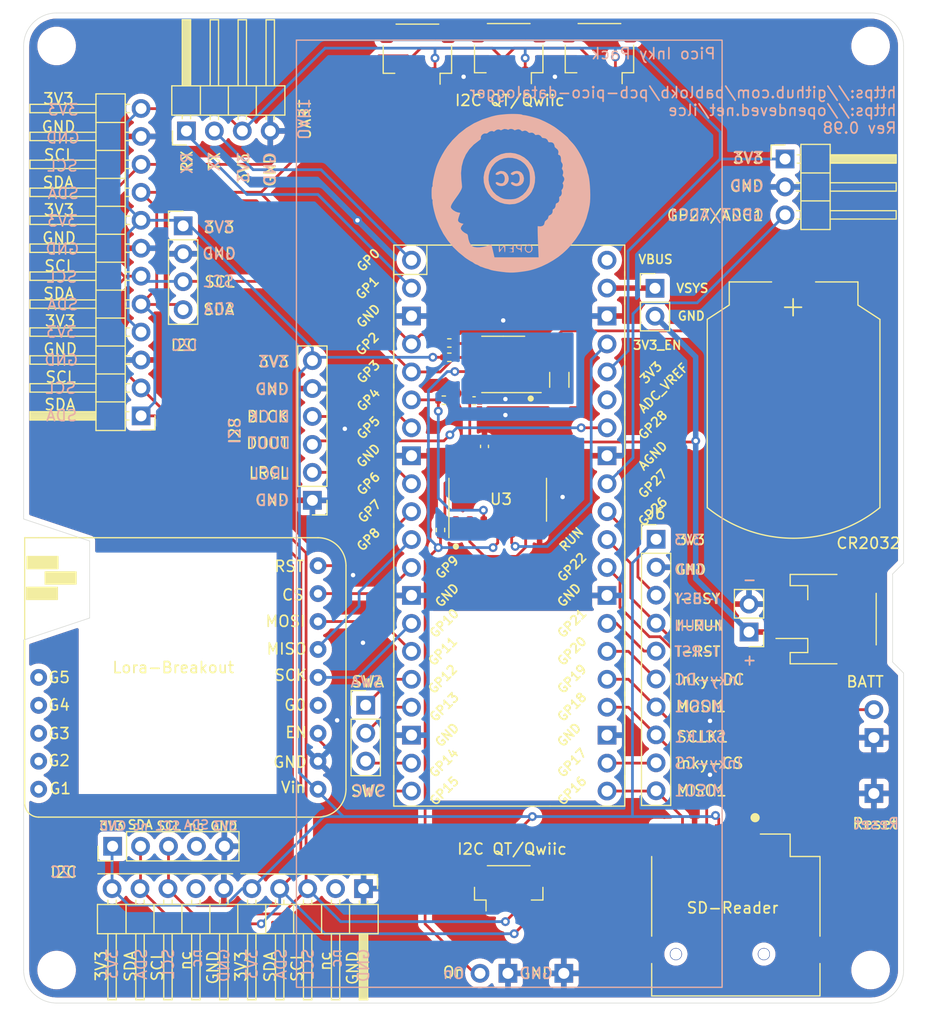
<source format=kicad_pcb>
(kicad_pcb (version 20211014) (generator pcbnew)
  (layers (0 "F.Cu" signal) (31 "B.Cu" signal) (34 "B.Paste" user) (35 "F.Paste" user) (36 "B.SilkS" user "B.Silkscreen") (37 "F.SilkS" user "F.Silkscreen") (38 "B.Mask" user) (39 "F.Mask" user) (44 "Edge.Cuts" user))
  (net 0 "")
  (net 1 "+BATT")
  (net 2 "GND")
  (net 3 "Net-(BT1-Pad1)")
  (net 4 "/VSYS")
  (net 5 "/Lora_EN")
  (net 7 "/SDA")
  (net 8 "/SCL")
  (net 9 "/GP4_DONE")
  (net 10 "/SCLK1")
  (net 11 "/MISO1")
  (net 12 "/3V3_EN")
  (net 13 "+3V3")
  (net 14 "/MOSI1")
  (net 15 "/Lora_CS")
  (net 16 "/Lora_RST")
  (net 17 "/1~{PRE}")
  (net 18 "Net-(U1-Pad2)")
  (net 21 "Net-(U2-Pad2)")
  (net 22 "/LRCL")
  (net 23 "/DOUT")
  (net 24 "/BLCK")
  (net 26 "/SD_CS")
  (net 28 "/MOSI0")
  (net 29 "/SCLK0")
  (net 30 "/MISO0")
  (net 33 "Net-(U2-Pad1)")
  (net 34 "/GP27_ADC1")
  (net 35 "/RX")
  (net 36 "/Inky_SWA")
  (net 37 "/Inky_SWB")
  (net 38 "/Inky_SWC")
  (net 39 "/Inky_CS")
  (net 40 "/Inky_DC")
  (net 41 "/Inky_RST")
  (net 42 "/Inky_RUN")
  (net 43 "/Inky_BUSY")
  (net 44 "/TX")
  (footprint "Connector_PinHeader_2.54mm:PinHeader_1x04_P2.54mm_Horizontal" (layer "F.Cu") (at 114.8 60.725 90)
    (fp_text reference "J9" hide)
    (fp_text value "Conn_UART")
  )
  (footprint "Resistor_SMD:R_0402_1005Metric" (layer "F.Cu") (at 138.2 85.2 180)
    (fp_text reference "R1" hide)
    (fp_text value "100K")
  )
  (footprint "Connector_JST:JST_SH_SM04B-SRSS-TB_1x04-1MP_P1.00mm_Horizontal" (layer "F.Cu") (at 135.8 53.7 180)
    (fp_text reference "J12" hide)
    (fp_text value "I2C_7")
  )
  (footprint "Capacitor_SMD:C_0402_1005Metric" (layer "F.Cu") (at 141.9 89.4 90)
    (fp_text reference "C1" hide)
    (fp_text value "100nF")
  )
  (footprint "Resistor_SMD:R_0402_1005Metric" (layer "F.Cu") (at 138.7 80)
    (fp_text reference "R3" hide)
    (fp_text value "10K")
  )
  (footprint "Connector_JST:JST_SH_BM04B-SRSS-TB_1x04-1MP_P1.00mm_Vertical" (layer "F.Cu") (at 144.1 129.525)
    (fp_text reference "J18" hide)
    (fp_text value "I2C_5")
  )
  (footprint "Connector_PinHeader_2.54mm:PinHeader_1x04_P2.54mm_Vertical" (layer "F.Cu") (at 114.5 69.35)
    (fp_text reference "J19" hide)
    (fp_text value "I2C_4")
  )
  (footprint "MountingHole:MountingHole_2.5mm" (layer "F.Cu") (at 177 137)
    (fp_text reference "H4" hide)
    (fp_text value "MountingHole")
  )
  (footprint "Crystal:Crystal_SMD_3215-2Pin_3.2x1.5mm" (layer "F.Cu") (at 148.7 83.35 90)
    (fp_text reference "Y1" hide)
    (fp_text value "Crystal")
  )
  (footprint "user:RFM9x_Lora_Breakout" (layer "F.Cu") (at 126.765 120.56 90)
    (fp_text reference "J3" hide)
    (fp_text value "RFM9x_Lora_Breakout")
  )
  (footprint "Connector_PinHeader_2.54mm:PinHeader_1x02_P2.54mm_Vertical" (layer "F.Cu") (at 157.4 75.025)
    (fp_text reference "JP1" hide)
    (fp_text value "Jumper_VSYS")
  )
  (footprint "Connector_PinHeader_2.54mm:PinHeader_1x10_P2.54mm_Vertical" (layer "F.Cu") (at 157.5 97.845)
    (fp_text reference "J6")
    (fp_text value "Conn_Inky_SPI")
  )
  (footprint "Connector_PinHeader_2.54mm:PinHeader_1x03_P2.54mm_Vertical" (layer "F.Cu") (at 131.1 112.925)
    (fp_text reference "J10" hide)
    (fp_text value "Conn_Inky_SW")
  )
  (footprint "Connector_PinHeader_2.54mm:PinHeader_1x06_P2.54mm_Vertical" (layer "F.Cu") (at 126.25 94.3 180)
    (fp_text reference "J5" hide)
    (fp_text value "Conn_I2S")
  )
  (footprint "Connector_PinHeader_2.54mm:PinHeader_1x10_P2.54mm_Horizontal" (layer "F.Cu") (at 130.9 129.6 -90)
    (fp_text reference "J20" hide)
    (fp_text value "BG_3")
  )
  (footprint "Package_SO:SOIC-14_3.9x8.7mm_P1.27mm" (layer "F.Cu") (at 143.1 94.25 90)
    (fp_text reference "U1" hide)
    (fp_text value "SN74HC74N")
  )
  (footprint "user:SW_PUSH_SLIM_1x4" (layer "F.Cu") (at 149.11 137.3 180)
    (fp_text reference "SW1" hide)
    (fp_text value "SW_Push_SLIM")
  )
  (footprint "Resistor_SMD:R_0402_1005Metric" (layer "F.Cu") (at 137.9 97 -90)
    (fp_text reference "R2" hide)
    (fp_text value "10K")
  )
  (footprint "Connector_PinHeader_2.54mm:PinHeader_1x03_P2.54mm_Horizontal" (layer "F.Cu") (at 169.225 63.275)
    (fp_text reference "J8" hide)
    (fp_text value "Conn_ADC")
  )
  (footprint "MountingHole:MountingHole_2.5mm" (layer "F.Cu") (at 103 53)
    (fp_text reference "H1" hide)
    (fp_text value "MountingHole")
  )
  (footprint "Capacitor_SMD:C_0402_1005Metric" (layer "F.Cu") (at 140.95 85.25)
    (fp_text reference "C2" hide)
    (fp_text value "100nF")
  )
  (footprint "user:TF-Push" (layer "F.Cu") (at 164.25 129.85)
    (fp_text reference "J7" hide)
    (fp_text value "Micro_SD_TF_PUSH")
  )
  (footprint "Connector_JST:JST_SH_SM04B-SRSS-TB_1x04-1MP_P1.00mm_Horizontal" (layer "F.Cu") (at 152.35 53.65 180)
    (fp_text reference "J14" hide)
    (fp_text value "I2C_6")
  )
  (footprint "Package_SO:SOIC-8_3.9x4.9mm_P1.27mm" (layer "F.Cu") (at 143.6 81.95 180)
    (fp_text reference "U2" hide)
    (fp_text value "PCF8523T")
  )
  (footprint "Connector_PinHeader_2.54mm:PinHeader_1x12_P2.54mm_Horizontal" (layer "F.Cu") (at 110.675 86.625 180)
    (fp_text reference "J11" hide)
    (fp_text value "I2C_1")
  )
  (footprint "user:CR2032_Holder" (layer "F.Cu") (at 170 84.55 90)
    (fp_text reference "BT1" hide)
    (fp_text value "Coin_Cell")
  )
  (footprint "Connector_JST:JST_PH_S2B-PH-SM4-TB_1x02-1MP_P2.00mm_Horizontal" (layer "F.Cu") (at 173 105.1 90)
    (fp_text reference "J1" hide)
    (fp_text value "JST-PH2 VCC")
  )
  (footprint "user:SW_PUSH_SLIM_1x4" (layer "F.Cu") (at 177.3 120.95 90)
    (fp_text reference "SW2" hide)
    (fp_text value "SW_Reset")
  )
  (footprint "Connector_JST:JST_SH_SM04B-SRSS-TB_1x04-1MP_P1.00mm_Horizontal" (layer "F.Cu") (at 144.1 53.65 180)
    (fp_text reference "J2" hide)
    (fp_text value "I2C_8")
  )
  (footprint "Resistor_SMD:R_0402_1005Metric" (layer "F.Cu") (at 138.7 81.3)
    (fp_text reference "R4" hide)
    (fp_text value "10K")
  )
  (footprint "MountingHole:MountingHole_2.5mm" (layer "F.Cu") (at 103 137)
    (fp_text reference "H3" hide)
    (fp_text value "MountingHole")
  )
  (footprint "Connector_PinHeader_2.54mm:PinHeader_1x02_P2.54mm_Vertical" (layer "F.Cu") (at 165.95 106.275 180)
    (fp_text reference "J4" hide)
    (fp_text value "Alt-VCC" hide)
  )
  (footprint "user:RPi_Pico_TH_nodbg" (layer "F.Cu") (at 144.15 96.6)
    (fp_text reference "U3")
    (fp_text value "Pico")
  )
  (footprint "Connector_PinHeader_2.54mm:PinHeader_1x05_P2.54mm_Vertical" (layer "F.Cu") (at 108.09 125.75 90)
    (fp_text reference "J16" hide)
    (fp_text value "BG_2")
  )
  (footprint "MountingHole:MountingHole_2.5mm" (layer "F.Cu") (at 177 53)
    (fp_text reference "H2" hide)
    (fp_text value "MountingHole")
  )
  (footprint "LOGO" (layer "B.Cu") (at 144.3 66.4 180)
    (fp_text reference "G***" hide)
    (fp_text value "LOGO" hide)
  )
  (gr_rect (start 124.8 52.47) (end 163.5 138.57) (layer "B.SilkS") (width 0.12) (fill none))
  (gr_line (start 119.75 128.25) (end 131.535 128.33) (layer "F.SilkS") (width 0.12))
  (gr_circle (center 139.3 98.5) (end 139.523607 98.5) (layer "F.SilkS") (width 0.12) (fill solid))
  (gr_line (start 106.75 128.25) (end 119 128.25) (layer "F.SilkS") (width 0.12))
  (gr_circle (center 146.1 85.05) (end 146.323607 85.05) (layer "F.SilkS") (width 0.12) (fill solid))
  (gr_arc (start 103 140) (mid 100.87868 139.12132) (end 100 137) (layer "Edge.Cuts") (width 0.05))
  (gr_arc (start 177.000001 49.999999) (mid 179.121321 50.878679) (end 180.000001 52.999999) (layer "Edge.Cuts") (width 0.05))
  (gr_line (start 100 96) (end 106 98) (layer "Edge.Cuts") (width 0.05))
  (gr_line (start 100 96) (end 100 53) (layer "Edge.Cuts") (width 0.05))
  (gr_arc (start 100 53) (mid 100.87868 50.87868) (end 103 50) (layer "Edge.Cuts") (width 0.05))
  (gr_arc (start 180.000001 137.000001) (mid 179.121321 139.121321) (end 177.000001 140.000001) (layer "Edge.Cuts") (width 0.05))
  (gr_line (start 100 107) (end 100 137) (layer "Edge.Cuts") (width 0.05))
  (gr_line (start 179 109) (end 180 110) (layer "Edge.Cuts") (width 0.05))
  (gr_line (start 180 100) (end 179 101) (layer "Edge.Cuts") (width 0.05))
  (gr_line (start 106 105) (end 100 107) (layer "Edge.Cuts") (width 0.05))
  (gr_line (start 177 140) (end 103 140) (layer "Edge.Cuts") (width 0.05))
  (gr_line (start 103 50) (end 177 50) (layer "Edge.Cuts") (width 0.05))
  (gr_line (start 180 110) (end 180.000001 137.000001) (layer "Edge.Cuts") (width 0.05))
  (gr_line (start 106 98) (end 106 105) (layer "Edge.Cuts") (width 0.05))
  (gr_line (start 179 101) (end 179 109) (layer "Edge.Cuts") (width 0.05))
  (gr_line (start 180 53) (end 180 100) (layer "Edge.Cuts") (width 0.05))
  (gr_text "3V3" (at 161.742857 97.9) (layer "B.SilkS") (effects (font (size 0.9 0.9)) (justify left mirror)))
  (gr_text "GND" (at 130.9 138.2 90) (layer "B.SilkS") (effects (font (size 1 1)) (justify right mirror)))
  (gr_text "3V3" (at 102.05 68.9) (layer "B.SilkS") (effects (font (size 1 1)) (justify right mirror)))
  (gr_text "SDA" (at 123.4 137.961905 90) (layer "B.SilkS") (effects (font (size 1 1)) (justify right mirror)))
  (gr_text "SDA" (at 110.7 137.961905 90) (layer "B.SilkS") (effects (font (size 1 1)) (justify right mirror)))
  (gr_text "I-RUN" (at 163.585714 105.7) (layer "B.SilkS") (effects (font (size 0.9 0.9)) (justify left mirror)))
  (gr_text "Pico Inky Pack" (at 163 53.7) (layer "B.SilkS") (effects (font (size 1 1)) (justify left mirror)))
  (gr_text "nc" (at 128.4 136.914286 90) (layer "B.SilkS") (effects (font (size 1 1)) (justify right mirror)))
  (gr_text "SCL" (at 113.15 137.914286 90) (layer "B.SilkS") (effects (font (size 1 1)) (justify right mirror)))
  (gr_text "SCL" (at 102.05 63.9) (layer "B.SilkS") (effects (font (size 1 1)) (justify right mirror)))
  (gr_text "GND" (at 116.15238 71.85) (layer "B.SilkS") (effects (font (size 1 1)) (justify right mirror)))
  (gr_text "UART" (at 125.4 59.7 -90) (layer "B.SilkS") (effects (font (size 1 1)) (justify mirror)))
  (gr_text "DOUT" (at 120.292856 89.1) (layer "B.SilkS") (effects (font (size 1 1)) (justify right mirror)))
  (gr_text "GND" (at 148.21 137.3) (layer "B.SilkS") (effects (font (size 1 1)) (justify left mirror)))
  (gr_text "3V3" (at 120.75 137.914286 90) (layer "B.SilkS") (effects (font (size 1 1)) (justify right mirror)))
  (gr_text "GND" (at 118.2 138.2 90) (layer "B.SilkS") (effects (font (size 1 1)) (justify right mirror)))
  (gr_text "MISO1" (at 163.828572 120.7) (layer "B.SilkS") (effects (font (size 1 1)) (justify left mirror)))
  (gr_text "SCL" (at 125.85 137.914286 90) (layer "B.SilkS") (effects (font (size 1 1)) (justify right mirror)))
  (gr_text "I-RST" (at 163.242857 108.05) (layer "B.SilkS") (effects (font (size 0.9 0.9)) (justify left mirror)))
  (gr_text "https://github.com/bablokb/pcb-pico-datalogger\nhttps://opendeved.net/ilce\nRev 0.98" (at 179.45 58.85) (layer "B.SilkS") (effects (font (size 1 1)) (justify left mirror)))
  (gr_text "Reset" (at 177.55 123.7) (layer "B.SilkS") (effects (font (size 1 1)) (justify mirror)))
  (gr_text "I2C" (at 103.6 128.1) (layer "B.SilkS") (effects (font (size 1 1)) (justify mirror)))
  (gr_text "3V3" (at 121.3 81.7) (layer "B.SilkS") (effects (font (size 1 1)) (justify right mirror)))
  (gr_text "-" (at 166 101.65 180) (layer "B.SilkS") (effects (font (size 1 1)) (justify mirror)))
  (gr_text "GND" (at 162 100.6) (layer "B.SilkS") (effects (font (size 0.9 0.9)) (justify left mirror)))
  (gr_text "SDA" (at 102.05 76.5) (layer "B.SilkS") (effects (font (size 1 1)) (justify right mirror)))
  (gr_text "SWA" (at 131.2 110.8) (layer "B.SilkS") (effects (font (size 1 1)) (justify mirror)))
  (gr_text "GND" (at 121 84.2) (layer "B.SilkS") (effects (font (size 1 1)) (justify right mirror)))
  (gr_text "GND" (at 101.8 81.55) (layer "B.SilkS") (effects (font (size 1 1)) (justify right mirror)))
  (gr_text "3V3" (at 120 65.514286 90) (layer "B.SilkS") (effects (font (size 1 1)) (justify right mirror)))
  (gr_text "GND" (at 101.9 71.45) (layer "B.SilkS") (effects (font (size 1 1)) (justify right mirror)))
  (gr_text "GND" (at 122.4 65.8 90) (layer "B.SilkS") (effects (font (size 1 1)) (justify right mirror)))
  (gr_text "SCL" (at 113.114286 123.9) (layer "B.SilkS") (effects (font (size 0.8 0.8)) (justify mirror)))
  (gr_text "GP27/ADC1" (at 158.435714 68.35) (layer "B.SilkS") (effects (font (size 1 1)) (justify right mirror)))
  (gr_text "3V3" (at 101.95 79) (layer "B.SilkS") (effects (font (size 1 1)) (justify right mirror)))
  (gr_text "3V3" (at 116.30238 69.45) (layer "B.SilkS") (effects (font (size 1 1)) (justify right mirror)))
  (gr_text "SDA" (at 116.30238 76.9) (layer "B.SilkS") (effects (font (size 1 1)) (justify right mirror)))
  (gr_text "SCL" (at 116.25238 74.4) (layer "B.SilkS") (effects (font (size 1 1)) (justify right mirror)))
  (gr_text "GND" (at 121 94.3) (layer "B.SilkS") (effects (font (size 1 1)) (justify right mirror)))
  (gr_text "3V3" (at 102.1 58.8) (layer "B.SilkS") (effects (font (size 1 1)) (justify right mirror)))
  (gr_text "+" (at 166 108.95 180) (layer "B.SilkS") (effects (font (size 1 1)) (justify mirror)))
  (gr_text "I2S" (at 119.1 88 -90) (layer "B.SilkS") (effects (font (size 1 1)) (justify mirror)))
  (gr_text "GND" (at 164.15 65.7) (layer "B.SilkS") (effects (font (size 1 1)) (justify right mirror)))
  (gr_text "BLCK" (at 120.292856 86.7) (layer "B.SilkS") (effects (font (size 1 1)) (justify right mirror)))
  (gr_text "MOSI1" (at 163.828572 113.05) (layer "B.SilkS") (effects (font (size 1 1)) (justify left mirror)))
  (gr_text "GND" (at 101.95 61.35) (layer "B.SilkS") (effects (font (size 1 1)) (justify right mirror)))
  (gr_text "3V3" (at 164.435714 63.15) (layer "B.SilkS") (effects (font (size 1 1)) (justify right mirror)))
  (gr_text "I2C" (at 114.6 80.2) (layer "B.SilkS") (effects (font (size 1 1)) (justify mirror)))
  (gr_text "Inky-CS" (at 165.4 118.2) (layer "B.SilkS") (effects (font (size 1 1)) (justify left mirror)))
  (gr_text "3V3" (at 108.05 137.914286 90) (layer "B.SilkS") (effects (font (size 1 1)) (justify right mirror)))
  (gr_text "SCL" (at 102 74) (layer "B.SilkS") (effects (font (size 1 1)) (justify right mirror)))
  (gr_text "SCL" (at 101.9 84.1) (layer "B.SilkS") (effects (font (size 1 1)) (justify right mirror)))
  (gr_text "SCLK1" (at 163.971429 115.8) (layer "B.SilkS") (effects (font (size 1 1)) (justify left mirror)))
  (gr_text "TX" (at 117.35 63.534524 90) (layer "B.SilkS") (effects (font (size 1 1)) (justify mirror)))
  (gr_text "nc" (at 110.614286 123.9) (layer "B.SilkS") (effects (font (size 0.8 0.8)) (justify mirror)))
  (gr_text "SDA" (at 115.714286 123.8) (layer "B.SilkS") (effects (font (size 0.8 0.8)) (justify mirror)))
  (gr_text "SDA" (at 102.1 66.4) (layer "B.SilkS") (effects (font (size 1 1)) (justify right mirror)))
  (gr_text "Inky-DC" (at 165.447619 110.6) (layer "B.SilkS") (effects (font (size 1 1)) (justify left mirror)))
  (gr_text "RX" (at 114.85 63.653572 90) (layer "B.SilkS") (effects (font (size 1 1)) (justify mirror)))
  (gr_text "SDA" (at 101.95 86.6) (layer "B.SilkS") (effects (font (size 1 1)) (justify right mirror)))
  (gr_text "On" (at 139.1 137.3) (layer "B.SilkS") (effects (font (size 1 1)) (justify mirror)))
  (gr_text "3V3" (at 118.314286 123.9) (layer "B.SilkS") (effects (font (size 0.8 0.8)) (justify mirror)))
  (gr_text "SWC" (at 131.4 120.7) (layer "B.SilkS") (effects (font (size 1 1)) (justify mirror)))
  (gr_text "nc" (at 115.7 136.914286 90) (layer "B.SilkS") (effects (font (size 1 1)) (justify right mirror)))
  (gr_text "I-BSY" (at 163.328572 103.25) (layer "B.SilkS") (effects (font (size 0.9 0.9)) (justify left mirror)))
  (gr_text "GND" (at 108.114286 123.9) (layer "B.SilkS") (effects (font (size 0.8 0.8)) (justify mirror)))
  (gr_text "LRCL" (at 120.5 91.9) (layer "B.SilkS") (effects (font (size 1 1)) (justify right mirror)))
  (gr_text "SCL" (at 124.85 135.2 90) (layer "F.SilkS") (effects (font (size 1 1)) (justify right)))
  (gr_text "GND" (at 159.2 100.6) (layer "F.SilkS") (effects (font (size 0.9 0.9)) (justify left)))
  (gr_text "3V3" (at 108 123.9) (layer "F.SilkS") (effects (font (size 0.8 0.8))))
  (gr_text "3V3" (at 167.35 63.2) (layer "F.SilkS") (effects (font (size 1 1)) (justify right)))
  (gr_text "GND" (at 122.4 62.65 90) (layer "F.SilkS") (effects (font (size 1 1)) (justify right)))
  (gr_text "+" (at 166 108.8) (layer "F.SilkS") (effects (font (size 1 1))))
  (gr_text "I2C" (at 103.65 128.1) (layer "F.SilkS") (effects (font (size 1 1))))
  (gr_text "Inky-DC" (at 159.25 110.6) (layer "F.SilkS") (effects (font (size 1 1)) (justify left)))
  (gr_text "CR2032" (at 176.8 98.2) (layer "F.SilkS") (effects (font (size 1 1))))
  (gr_text "SWC" (at 131.3 120.75) (layer "F.SilkS") (effects (font (size 1 1))))
  (gr_text "Reset" (at 177.4 123.7) (layer "F.SilkS") (effects (font (size 1 1))))
  (gr_text "3V3" (at 104.65 57.8) (layer "F.SilkS") (effects (font (size 1 1)) (justify right)))
  (gr_text "DOUT" (at 124.2 89.1) (layer "F.SilkS") (effects (font (size 1 1)) (justify right)))
  (gr_text "SDA" (at 122.4 135.2 90) (layer "F.SilkS") (effects (font (size 1 1)) (justify right)))
  (gr_text "GND" (at 124.2 94.3) (layer "F.SilkS") (effects (font (size 1 1)) (justify right)))
  (gr_text "GND" (at 129.9 135.2 90) (layer "F.SilkS") (effects (font (size 1 1)) (justify right)))
  (gr_text "Lora-Breakout" (at 113.6 109.5) (layer "F.SilkS") (effects (font (size 1 1))))
  (gr_text "SDA" (at 109.7 135.15 90) (layer "F.SilkS") (effects (font (size 1 1)) (justify right)))
  (gr_text "SWA" (at 131.3 110.8) (layer "F.SilkS") (effects (font (size 1 1))))
  (gr_text "UART" (at 125.6 59.7 90) (layer "F.SilkS") (effects (font (size 1 1))))
  (gr_text "nc" (at 115.7 123.9) (layer "F.SilkS") (effects (font (size 0.8 0.8))))
  (gr_text "BATT" (at 176.5 110.8) (layer "F.SilkS") (effects (font (size 1 1))))
  (gr_text "SDA" (at 104.7 75.5) (layer "F.SilkS") (effects (font (size 1 1)) (justify right)))
  (gr_text "Inky-CS" (at 159.2 118.2) (layer "F.SilkS") (effects (font (size 1 1)) (justify left)))
  (gr_text "TX" (at 117.35 63.5 90) (layer "F.SilkS") (effects (font (size 1 1))))
  (gr_text "RX" (at 114.85 63.5 90) (layer "F.SilkS") (effects (font (size 1 1))))
  (gr_text "SDA" (at 119.25 76.95) (layer "F.SilkS") (effects (font (size 1 1)) (justify right)))
  (gr_text "SCL" (at 113.2 123.9) (layer "F.SilkS") (effects (font (size 0.8 0.8))))
  (gr_text "SDA" (at 104.8 85.6) (layer "F.SilkS") (effects (font (size 1 1)) (justify right)))
  (gr_text "I2C QT/Qwiic" (at 144.4 126) (layer "F.SilkS") (effects (font (size 1 1))))
  (gr_text "I2C" (at 114.6 80.2) (layer "F.SilkS") (effects (font (size 1 1))))
  (gr_text "I-BSY" (at 159.15 103.25) (layer "F.SilkS") (effects (font (size 0.9 0.9)) (justify left)))
  (gr_text "SCL" (at 104.7 62.9) (layer "F.SilkS") (effects (font (size 1 1)) (justify right)))
  (gr_text "3V3" (at 104.7 67.9) (layer "F.SilkS") (effects (font (size 1 1)) (justify right)))
  (gr_text "nc" (at 114.7 135.15 90) (layer "F.SilkS") (effects (font (size 1 1)) (justify right)))
  (gr_text "SCL" (at 112.15 135.15 90) (layer "F.SilkS") (effects (font (size 1 1)) (justify right)))
  (gr_text "SDA" (at 110.6 123.8) (layer "F.SilkS") (effects (font (size 0.8 0.8))))
  (gr_text "GND" (at 167.35 65.75) (layer "F.SilkS") (effects (font (size 1 1)) (justify right)))
  (gr_text "GND" (at 119.4 71.9) (layer "F.SilkS") (effects (font (size 1 1)) (justify right)))
  (gr_text "3V3" (at 107.05 135.15 90) (layer "F.SilkS") (effects (font (size 1 1)) (justify right)))
  (gr_text "-" (at 166 101.5) (layer "F.SilkS") (effects (font (size 1 1))))
  (gr_text "GND" (at 104.95 80.55) (layer "F.SilkS") (effects (font (size 1 1)) (justify right)))
  (gr_text "SCL" (at 119.3 74.45) (layer "F.SilkS") (effects (font (size 1 1)) (justify right)))
  (gr_text "GND" (at 117.2 135.15 90) (layer "F.SilkS") (effects (font (size 1 1)) (justify right)))
  (gr_text "3V3" (at 159.35 97.9) (layer "F.SilkS") (effects (font (size 0.9 0.9)) (justify left)))
  (gr_text "GND" (at 124.2 84.2) (layer "F.SilkS") (effects (font (size 1 1)) (justify right)))
  (gr_text "BLCK" (at 124.2 86.7) (layer "F.SilkS") (effects (font (size 1 1)) (justify right)))
  (gr_text "3V3" (at 119.25 69.5) (layer "F.SilkS") (effects (font (size 1 1)) (justify right)))
  (gr_text "3V3" (at 104.8 78) (layer "F.SilkS") (effects (font (size 1 1)) (justify right)))
  (gr_text "I2S" (at 119.2 87.95 90) (layer "F.SilkS") (effects (font (size 1 1))))
  (gr_text "GND" (at 104.8 60.35) (layer "F.SilkS") (effects (font (size 1 1)) (justify right)))
  (gr_text "SCLK1" (at 159.25 115.8) (layer "F.SilkS") (effects (font (size 1 1)) (justify left)))
  (gr_text "I-RST" (at 159.25 108.05) (layer "F.SilkS") (effects (font (size 0.9 0.9)) (justify left)))
  (gr_text "3V3" (at 124.2 81.7) (layer "F.SilkS") (effects (font (size 1 1)) (justify right)))
  (gr_text "SCL" (at 104.75 73) (layer "F.SilkS") (effects (font (size 1 1)) (justify right)))
  (gr_text "nc" (at 127.4 135.2 90) (layer "F.SilkS") (effects (font (size 1 1)) (justify right)))
  (gr_text "3V3" (at 120 62.65 90) (layer "F.SilkS") (effects (font (size 1 1)) (justify right)))
  (gr_text "GND" (at 146.61 137.3) (layer "F.SilkS") (effects (font (size 1 1))))
  (gr_text "I-RUN" (at 159.25 105.7) (layer "F.SilkS") (effects (font (size 0.9 0.9)) (justify left)))
  (gr_text "GND" (at 118.2 123.9) (layer "F.SilkS") (effects (font (size 0.8 0.8))))
  (gr_text "GP27/ADC1" (at 167.35 68.4) (layer "F.SilkS") (effects (font (size 1 1)) (justify right)))
  (gr_text "On" (at 139.1 137.2) (layer "F.SilkS") (effects (font (size 1 1))))
  (gr_text "LRCL" (at 124.2 91.8) (layer "F.SilkS") (effects (font (size 1 1)) (justify right)))
  (gr_text "SCL" (at 104.85 83.1) (layer "F.SilkS") (effects (font (size 1 1)) (justify right)))
  (gr_text "GND" (at 104.85 70.45) (layer "F.SilkS") (effects (font (size 1 1)) (justify right)))
  (gr_text "I2C QT/Qwiic" (at 144.2 57.95) (layer "F.SilkS") (effects (font (size 1 1))))
  (gr_text "SDA" (at 104.65 65.4) (layer "F.SilkS") (effects (font (size 1 1)) (justify right)))
  (gr_text "SD-Reader" (at 164.45 131.35) (layer "F.SilkS") (effects (font (size 1 1))))
  (gr_text "3V3" (at 119.75 135.2 90) (layer "F.SilkS") (effects (font (size 1 1)) (justify right)))
  (gr_text "MOSI1" (at 159.2 113.05) (layer "F.SilkS") (effects (font (size 1 1)) (justify left)))
  (gr_text "MISO1" (at 159.25 120.7) (layer "F.SilkS") (effects (font (size 1 1)) (justify left)))
  (segment (start 138.3 92.765) (end 138.3 95.735) (width 0.25) (layer "F.Cu") (net 1))
  (segment (start 140.56 91.775) (end 139.29 91.775) (width 0.25) (layer "F.Cu") (net 1))
  (segment (start 139.29 91.775) (end 138.3 92.765) (width 0.25) (layer "F.Cu") (net 1))
  (segment (start 137.9 95.9) (end 137.9 96.49) (width 0.25) (layer "F.Cu") (net 1))
  (segment (start 144.37 90.13) (end 144.14 89.9) (width 0.25) (layer "F.Cu") (net 1))
  (segment (start 144.37 90.13) (end 144.37 91.775) (width 0.25) (layer "F.Cu") (net 1))
  (segment (start 138.3 95.735) (end 138.065 95.735) (width 0.25) (layer "F.Cu") (net 1))
  (segment (start 140.47 84.51) (end 141.125 83.855) (width 0.25) (layer "F.Cu") (net 1))
  (segment (start 140.56 91.775) (end 140.56 85.34) (width 0.25) (layer "F.Cu") (net 1))
  (segment (start 144.14 89.9) (end 141.92 89.9) (width 0.25) (layer "F.Cu") (net 1))
  (segment (start 138.3 95.735) (end 139.29 96.725) (width 0.25) (layer "F.Cu") (net 1))
  (segment (start 140.56 91.22) (end 140.56 91.775) (width 0.25) (layer "F.Cu") (net 1))
  (segment (start 140.56 85.34) (end 140.47 85.25) (width 0.25) (layer "F.Cu") (net 1))
  (segment (start 141.92 89.9) (end 141.9 89.88) (width 0.25) (layer "F.Cu") (net 1))
  (segment (start 169.975 106.275) (end 170.15 106.1) (width 0.5) (layer "F.Cu") (net 1))
  (segment (start 165.95 106.275) (end 169.975 106.275) (width 0.5) (layer "F.Cu") (net 1))
  (segment (start 141.9 89.88) (end 140.56 91.22) (width 0.25) (layer "F.Cu") (net 1))
  (segment (start 140.47 85.25) (end 140.47 84.51) (width 0.25) (layer "F.Cu") (net 1))
  (segment (start 161 89) (end 161.1 88.9) (width 0.25) (layer "F.Cu") (net 1))
  (segment (start 138.065 95.735) (end 137.9 95.9) (width 0.25) (layer "F.Cu") (net 1))
  (segment (start 145.5 89) (end 161 89) (width 0.25) (layer "F.Cu") (net 1))
  (segment (start 145.5 89) (end 144.37 90.13) (width 0.25) (layer "F.Cu") (net 1))
  (via (at 161.1 88.9) (size 0.8) (drill 0.4) (layers "F.Cu" "B.Cu") (net 1))
  (segment (start 161.1 101.425) (end 165.95 106.275) (width 0.5) (layer "B.Cu") (net 1))
  (segment (start 157.4 77.565) (end 161.1 81.265) (width 0.5) (layer "B.Cu") (net 1))
  (segment (start 161.1 88.9) (end 161.1 101.425) (width 0.5) (layer "B.Cu") (net 1))
  (segment (start 161.1 81.265) (end 161.1 88.9) (width 0.5) (layer "B.Cu") (net 1))
  (segment (start 138.76 85.25) (end 138.71 85.2) (width 0.25) (layer "F.Cu") (net 2))
  (segment (start 146.075 80.045) (end 144.305 80.045) (width 0.5) (layer "F.Cu") (net 2))
  (segment (start 143.65 85.25) (end 143.8 85.1) (width 0.25) (layer "F.Cu") (net 2))
  (segment (start 141.43 85.25) (end 143.65 85.25) (width 0.25) (layer "F.Cu") (net 2))
  (via (at 129.2 87.8) (size 0.8) (drill 0.4) (layers "F.Cu" "B.Cu") (net 2))
  (via (at 143.6 77.95) (size 0.8) (drill 0.4) (layers "F.Cu" "B.Cu") (net 2))
  (via (at 162.4 114.35) (size 0.8) (drill 0.4) (layers "F.Cu" "B.Cu") (net 2))
  (via (at 130.35 68.85) (size 0.8) (drill 0.4) (layers "F.Cu" "B.Cu") (net 2))
  (via (at 128.5 114.3) (size 0.8) (drill 0.4) (layers "F.Cu" "B.Cu") (net 2))
  (via (at 140 55.8) (size 0.8) (drill 0.4) (layers "F.Cu" "B.Cu") (net 2))
  (via (at 129.95 101.1) (size 0.8) (drill 0.4) (layers "F.Cu" "B.Cu") (net 2))
  (via (at 148.3 55.8) (size 0.8) (drill 0.4) (layers "F.Cu" "B.Cu") (net 2))
  (via (at 143.8 85.1) (size 0.8) (drill 0.4) (layers "F.Cu" "B.Cu") (net 2))
  (via (at 149 94) (size 0.8) (drill 0.4) (layers "F.Cu" "B.Cu") (net 2))
  (via (at 162.4 119.25) (size 0.8) (drill 0.4) (layers "F.Cu" "B.Cu") (net 2))
  (via (at 130.85 107.25) (size 0.8) (drill 0.4) (layers "F.Cu" "B.Cu") (net 2))
  (via (at 143.8 86.55) (size 0.8) (drill 0.4) (layers "F.Cu" "B.Cu") (net 2))
  (segment (start 146.535 81.315) (end 148.95 78.9) (width 0.25) (layer "F.Cu") (net 3))
  (segment (start 148.95 78.9) (end 164.625 78.9) (width 0.25) (layer "F.Cu") (net 3))
  (segment (start 146.075 81.315) (end 146.535 81.315) (width 0.25) (layer "F.Cu") (net 3))
  (segment (start 164.625 78.9) (end 170 73.525) (width 0.25) (layer "F.Cu") (net 3))
  (segment locked (start 153.04 75.01) (end 157.385 75.01) (width 0.5) (layer "F.Cu") (net 4))
  (segment (start 126.765 116.015) (end 131.48 120.73) (width 0.25) (layer "F.Cu") (net 5))
  (segment (start 131.48 120.73) (end 135.26 120.73) (width 0.25) (layer "F.Cu") (net 5))
  (segment (start 126.765 115.48) (end 126.765 116.015) (width 0.25) (layer "F.Cu") (net 5))
  (segment (start 110.58 129.6) (end 113.78 132.8) (width 0.25) (layer "F.Cu") (net 7))
  (segment (start 125.2 127.68) (end 123.28 129.6) (width 0.25) (layer "F.Cu") (net 7))
  (segment (start 136.11 79.24) (end 135.26 80.09) (width 0.25) (layer "F.Cu") (net 7))
  (segment (start 135.26 80.09) (end 121.475 66.305) (width 0.25) (layer "F.Cu") (net 7))
  (segment (start 111.925 86.625) (end 125.228 99.928) (width 0.25) (layer "F.Cu") (net 7))
  (segment (start 110.63 129.55) (end 110.58 129.6) (width 0.25) (layer "F.Cu") (net 7))
  (segment (start 110.63 125.75) (end 110.63 129.55) (width 0.25) (layer "F.Cu") (net 7))
  (segment (start 139.95 58.3) (end 142.6 55.65) (width 0.25) (layer "F.Cu") (net 7))
  (segment (start 139.21 80) (end 138.45 79.24) (width 0.25) (layer "F.Cu") (net 7))
  (segment (start 142.6 55.65) (end 142.6 56.5) (width 0.25) (layer "F.Cu") (net 7))
  (segment (start 142.6 56.5) (end 144.3 58.2) (width 0.25) (layer "F.Cu") (net 7))
  (segment (start 121.475 66.305) (end 118.395 66.305) (width 0.25) (layer "F.Cu") (net 7))
  (segment (start 112.1 67.73) (end 110.675 66.305) (width 0.25) (layer "F.Cu") (net 7))
  (segment (start 125.2 99.956) (end 125.2 127.68) (width 0.25) (layer "F.Cu") (net 7))
  (segment (start 118.395 66.305) (end 121.595 66.305) (width 0.25) (layer "F.Cu") (net 7))
  (segment (start 136.2 58.3) (end 139.95 58.3) (width 0.25) (layer "F.Cu") (net 7))
  (segment (start 110.675 86.625) (end 111.925 86.625) (width 0.25) (layer "F.Cu") (net 7))
  (segment (start 125.228 99.928) (end 125.2 99.956) (width 0.25) (layer "F.Cu") (net 7))
  (segment (start 113.78 132.8) (end 121.6 132.8) (width 0.25) (layer "F.Cu") (net 7))
  (segment (start 145.6 132.7) (end 145.6 130.85) (width 0.25) (layer "F.Cu") (net 7))
  (segment (start 114.5 76.97) (end 114.03 76.5) (width 0.25) (layer "F.Cu") (net 7))
  (segment (start 114.03 76.5) (end 110.71 76.5) (width 0.25) (layer "F.Cu") (net 7))
  (segment (start 110.675 76.465) (end 112.1 75.04) (width 0.25) (layer "F.Cu") (net 7))
  (segment (start 110.71 76.5) (end 110.675 76.465) (width 0.25) (layer "F.Cu") (net 7))
  (segment (start 112.1 75.04) (end 112.1 67.73) (width 0.25) (layer "F.Cu") (net 7))
  (segment (start 132.2 55.7) (end 134.3 55.7) (width 0.25) (layer "F.Cu") (net 7))
  (segment (start 121.595 66.305) (end 132.2 55.7) (width 0.25) (layer "F.Cu") (net 7))
  (segment (start 134.3 55.7) (end 134.3 56.4) (width 0.25) (layer "F.Cu") (net 7))
  (segment (start 148.3 58.2) (end 150.85 55.65) (width 0.25) (layer "F.Cu") (net 7))
  (segment (start 110.675 66.305) (end 118.395 66.305) (width 0.25) (layer "F.Cu") (net 7))
  (segment (start 144.3 58.2) (end 148.3 58.2) (width 0.25) (layer "F.Cu") (net 7))
  (segment (start 141.125 80.045) (end 139.255 80.045) (width 0.25) (layer "F.Cu") (net 7))
  (segment (start 134.3 56.4) (end 136.2 58.3) (width 0.25) (layer "F.Cu") (net 7))
  (segment (start 144.6 133.7) (end 145.6 132.7) (width 0.25) (layer "F.Cu") (net 7))
  (segment (start 138.45 79.24) (end 136.11 79.24) (width 0.25) (layer "F.Cu") (net 7))
  (segment (start 139.255 80.045) (end 139.21 80) (width 0.25) (layer "F.Cu") (net 7))
  (via (at 121.6 132.8) (size 0.8) (drill 0.4) (layers "F.Cu" "B.Cu") (net 7))
  (via (at 144.6 133.7) (size 0.8) (drill 0.4) (layers "F.Cu" "B.Cu") (net 7))
  (segment (start 111.925 85.36) (end 111.925 77.55) (width 0.25) (layer "B.Cu") (net 7))
  (segment (start 123.28 129.6) (end 127.38 133.7) (width 0.25) (layer "B.Cu") (net 7))
  (segment (start 123.28 131.12) (end 123.28 129.6) (width 0.25) (layer "B.Cu") (net 7))
  (segment (start 121.6 132.8) (end 123.28 131.12) (width 0.25) (layer "B.Cu") (net 7))
  (segment (start 127.38 133.7) (end 144.6 133.7) (width 0.25) (layer "B.Cu") (net 7))
  (segment (start 110.75 86.535) (end 111.925 85.36) (width 0.25) (layer "B.Cu") (net 7))
  (segment (start 111.925 77.55) (end 110.75 76.375) (width 0.25) (layer "B.Cu") (net 7))
  (segment (start 114.53 74.4) (end 114.5 74.43) (width 0.25) (layer "F.Cu") (net 8))
  (segment (start 114.4 87.8) (end 125.678 99.078) (width 0.25) (layer "F.Cu") (net 8))
  (segment (start 134.9 53.9) (end 135.1 54.1) (width 0.25) (layer "F.Cu") (net 8))
  (segment (start 139.21 81.3) (end 137.88 82.63) (width 0.25) (layer "F.Cu") (net 8))
  (segment (start 144.6 53.2) (end 150.596751 53.2) (width 0.25) (layer "F.Cu") (net 8))
  (segment (start 135.1 54.1) (end 135.3 54.3) (width 0.25) (layer "F.Cu") (net 8))
  (segment (start 135.2 54.1) (end 135.1 54.1) (width 0.25) (layer "F.Cu") (net 8))
  (segment (start 125.678 99.078) (end 125.678 129.458) (width 0.25) (layer "F.Cu") (net 8))
  (segment (start 142.6 53.2) (end 136.1 53.2) (width 0.25) (layer "F.Cu") (net 8))
  (segment (start 135.26 82.63) (end 127.03 74.4) (width 0.25) (layer "F.Cu") (net 8))
  (segment (start 113.17 129.55) (end 113.12 129.6) (width 0.25) (layer "F.Cu") (net 8))
  (segment (start 114.4 87.8) (end 114.39 87.8) (width 0.25) (layer "F.Cu") (net 8))
  (segment (start 151.85 54.453249) (end 151.85 55.65) (width 0.25) (layer "F.Cu") (net 8))
  (segment (start 143.8 132.6) (end 144.6 131.8) (width 0.25) (layer "F.Cu") (net 8))
  (segment (start 113.17 125.75) (end 113.17 129.55) (width 0.25) (layer "F.Cu") (net 8))
  (segment (start 137.88 82.63) (end 135.26 82.63) (width 0.25) (layer "F.Cu") (net 8))
  (segment (start 115.42 131.9) (end 123.52 131.9) (width 0.25) (layer "F.Cu") (net 8))
  (segment (start 136.1 53.2) (end 135.2 54.1) (width 0.25) (layer "F.Cu") (net 8))
  (segment (start 150.596751 53.2) (end 151.85 54.453249) (width 0.25) (layer "F.Cu") (net 8))
  (segment (start 132.3 53.9) (end 134.9 53.9) (width 0.25) (layer "F.Cu") (net 8))
  (segment (start 144.6 131.8) (end 144.6 130.85) (width 0.25) (layer "F.Cu") (net 8))
  (segment (start 110.675 63.765) (end 122.435 63.765) (width 0.25) (layer "F.Cu") (net 8))
  (segment (start 107.8 75.5) (end 107.8 81.21) (width 0.25) (layer "F.Cu") (net 8))
  (segment (start 107.9 66.54) (end 110.675 63.765) (width 0.25) (layer "F.Cu") (net 8))
  (segment (start 143.6 54.2) (end 143.6 55.65) (width 0.25) (layer "F.Cu") (net 8))
  (segment (start 110.675 73.925) (end 109.125 73.925) (width 0.25) (layer "F.Cu") (net 8))
  (segment (start 122.435 63.765) (end 132.3 53.9) (width 0.25) (layer "F.Cu") (net 8))
  (segment (start 127.03 74.4) (end 114.53 74.4) (width 0.25) (layer "F.Cu") (net 8))
  (segment (start 114.39 87.8) (end 110.675 84.085) (width 0.25) (layer "F.Cu") (net 8))
  (segment (start 107.9 72.7) (end 107.9 66.54) (width 0.25) (layer "F.Cu") (net 8))
  (segment (start 143.6 54.2) (end 144.6 53.2) (width 0.25) (layer "F.Cu") (net 8))
  (segment (start 109.375 73.925) (end 107.8 75.5) (width 0.25) (layer "F.Cu") (net 8))
  (segment (start 113.12 129.6) (end 115.42 131.9) (width 0.25) (layer "F.Cu") (net 8))
  (segment (start 125.678 129.458) (end 125.82 129.6) (width 0.25) (layer "F.Cu") (net 8))
  (segment (start 141.125 81.315) (end 139.225 81.315) (width 0.25) (layer "F.Cu") (net 8))
  (segment (start 139.225 81.315) (end 139.21 81.3) (width 0.25) (layer "F.Cu") (net 8))
  (segment (start 110.675 73.925) (end 109.375 73.925) (width 0.25) (layer "F.Cu") (net 8))
  (segment (start 107.8 81.21) (end 110.675 84.085) (width 0.25) (layer "F.Cu") (net 8))
  (segment (start 135.3 54.3) (end 135.3 55.7) (width 0.25) (layer "F.Cu") (net 8))
  (segment (start 109.125 73.925) (end 107.9 72.7) (width 0.25) (layer "F.Cu") (net 8))
  (segment (start 143.6 54.2) (end 142.6 53.2) (width 0.25) (layer "F.Cu") (net 8))
  (segment (start 123.52 131.9) (end 125.82 129.6) (width 0.25) (layer "F.Cu") (net 8))
  (via (at 143.8 132.6) (size 0.8) (drill 0.4) (layers "F.Cu" "B.Cu") (net 8))
  (segment (start 128.82 132.6) (end 143.8 132.6) (width 0.25) (layer "B.Cu") (net 8))
  (segment (start 125.82 129.6) (end 128.82 132.6) (width 0.25) (layer "B.Cu") (net 8))
  (segment (start 111.15 74.4) (end 114.47 74.4) (width 0.25) (layer "B.Cu") (net 8))
  (segment (start 110.675 73.925) (end 111.15 74.4) (width 0.25) (layer "B.Cu") (net 8))
  (segment (start 114.47 74.4) (end 114.5 74.43) (width 0.25) (layer "B.Cu") (net 8))
  (segment (start 141.83 96.725) (end 141.83 95.23) (width 0.25) (layer "F.Cu") (net 9))
  (segment (start 135.26 85.17) (end 137.66 85.17) (width 0.25) (layer "F.Cu") (net 9))
  (segment (start 137.69 85.2) (end 137.7 85.21) (width 0.25) (layer "F.Cu") (net 9))
  (segment (start 137.66 85.17) (end 137.69 85.2) (width 0.25) (layer "F.Cu") (net 9))
  (segment (start 137.7 85.21) (end 137.7 86.2) (width 0.25) (layer "F.Cu") (net 9))
  (segment (start 141.83 95.23) (end 141.8 95.2) (width 0.25) (layer "F.Cu") (net 9))
  (via (at 141.8 95.2) (size 0.8) (drill 0.4) (layers "F.Cu" "B.Cu") (net 9))
  (via (at 137.7 86.2) (size 0.8) (drill 0.4) (layers "F.Cu" "B.Cu") (net 9))
  (segment (start 138.8 95.2) (end 137.7 94.1) (width 0.25) (layer "B.Cu") (net 9))
  (segment (start 141.8 95.2) (end 138.8 95.2) (width 0.25) (layer "B.Cu") (net 9))
  (segment (start 137.7 94.1) (end 137.7 86.2) (width 0.25) (layer "B.Cu") (net 9))
  (segment (start 130.35 110.4) (end 135.26 105.49) (width 0.25) (layer "B.Cu") (net 10))
  (segment (start 126.565 110.4) (end 130.35 110.4) (width 0.25) (layer "B.Cu") (net 10))
  (segment (start 130.5 103.925) (end 130.5 102.63) (width 0.25) (layer "B.Cu") (net 11))
  (segment (start 126.565 107.86) (end 130.5 103.925) (width 0.25) (layer "B.Cu") (net 11))
  (segment (start 130.5 102.63) (end 135.26 97.87) (width 0.25) (layer "B.Cu") (net 11))
  (segment (start 144.687701 98.487701) (end 144.37 98.17) (width 0.25) (layer "F.Cu") (net 12))
  (segment (start 144.37 98.17) (end 144.37 96.725) (width 0.25) (layer "F.Cu") (net 12))
  (via (at 144.687701 98.487701) (size 0.8) (drill 0.4) (layers "F.Cu" "B.Cu") (net 12))
  (segment (start 147.6 98.5) (end 151.6 94.5) (width 0.25) (layer "B.Cu") (net 12))
  (segment (start 151.6 94.5) (end 151.6 81.53) (width 0.25) (layer "B.Cu") (net 12))
  (segment (start 151.6 81.53) (end 153.04 80.09) (width 0.25) (layer "B.Cu") (net 12))
  (segment (start 144.687701 98.487701) (end 144.7 98.5) (width 0.25) (layer "B.Cu") (net 12))
  (segment (start 144.7 98.5) (end 147.6 98.5) (width 0.25) (layer "B.Cu") (net 12))
  (segment (start 153.8 55.6) (end 153.85 55.65) (width 0.25) (layer "F.Cu") (net 13))
  (segment (start 163.2 123.25) (end 163.2 124.55) (width 0.25) (layer "F.Cu") (net 13))
  (segment (start 137.4 55.6) (end 137.3 55.7) (width 0.25) (layer "F.Cu") (net 13))
  (segment (start 153.8 54) (end 153.8 55.6) (width 0.25) (layer "F.Cu") (net 13))
  (segment (start 110.69 58.7) (end 110.675 58.685) (width 0.25) (layer "F.Cu") (net 13))
  (segment (start 117.855 58.7) (end 110.69 58.7) (width 0.25) (layer "F.Cu") (net 13))
  (segment (start 142.6 130.85) (end 142.6 126.7) (width 0.25) (layer "F.Cu") (net 13))
  (segment (start 138.19 81.3) (end 138.19 80) (width 0.25) (layer "F.Cu") (net 13))
  (segment (start 162.9 122.95) (end 163.2 123.25) (width 0.25) (layer "F.Cu") (net 13))
  (segment (start 142.6 126.7) (end 146.25 123.05) (width 0.25) (layer "F.Cu") (net 13))
  (segment (start 137.4 54.1) (end 137.4 55.6) (width 0.25) (layer "F.Cu") (net 13))
  (segment (start 145.6 54.1) (end 145.6 55.65) (width 0.25) (layer "F.Cu") (net 13))
  (segment (start 119.88 60.725) (end 117.855 58.7) (width 0.25) (layer "F.Cu") (net 13))
  (segment (start 137.2 81.3) (end 138.19 81.3) (width 0.25) (layer "F.Cu") (net 13))
  (via (at 153.8 54) (size 0.8) (drill 0.4) (layers "F.Cu" "B.Cu") (net 13))
  (via (at 146.25 123.05) (size 0.8) (drill 0.4) (layers "F.Cu" "B.Cu") (net 13))
  (via (at 137.2 81.3) (size 0.8) (drill 0.4) (layers "F.Cu" "B.Cu") (net 13))
  (via (at 137.4 54.1) (size 0.8) (drill 0.4) (layers "F.Cu" "B.Cu") (net 13))
  (via (at 162.9 122.95) (size 0.8) (drill 0.4) (layers "F.Cu" "B.Cu") (net 13))
  (via (at 145.6 54.1) (size 0.8) (drill 0.4) (layers "F.Cu" "B.Cu") (net 13))
  (segment (start 137.4 53.2) (end 137.4 54.1) (width 0.25) (layer "B.Cu") (net 13))
  (segment (start 113.995 68.845) (end 110.675 68.845) (width 0.25) (layer "B.Cu") (net 13))
  (segment (start 119.861701 129.6) (end 118.361701 131.1) (width 0.25) (layer "B.Cu") (net 13))
  (segment (start 120.74 129.6) (end 119.861701 129.6) (width 0.25) (layer "B.Cu") (net 13))
  (segment (start 109.54 131.1) (end 108.04 129.6) (width 0.25) (layer "B.Cu") (net 13))
  (segment (start 137.4 53.2) (end 127.405 53.2) (width 0.25) (layer "B.Cu") (net 13))
  (segment (start 163.325 63.275) (end 163.325 60.825) (width 0.25) (layer "B.Cu") (net 13))
  (segment (start 163.3 63.3) (end 163.325 63.275) (width 0.25) (layer "B.Cu") (net 13))
  (segment (start 157.5 97.845) (end 155.35 99.995) (width 0.25) (layer "B.Cu") (net 13))
  (segment (start 145.6 53.2) (end 137.4 53.2) (width 0.25) (layer "B.Cu") (net 13))
  (segment (start 127.405 53.2) (end 119.88 60.725) (width 0.25) (layer "B.Cu") (net 13))
  (segment (start 118.361701 131.1) (end 109.54 131.1) (width 0.25) (layer "B.Cu") (net 13))
  (segment (start 146.25 123.05) (end 129.055 123.05) (width 0.25) (layer "B.Cu") (net 13))
  (segment (start 163.325 63.275) (end 169.225 63.275) (width 0.25) (layer "B.Cu") (net 13))
  (segment (start 154.95 71.65) (end 163.3 63.3) (width 0.25) (layer "B.Cu") (net 13))
  (segment (start 155.35 99.995) (end 155.35 123.05) (width 0.25) (layer "B.Cu") (net 13))
  (segment (start 109.5 77.83) (end 110.675 79.005) (width 0.25) (layer "B.Cu") (net 13))
  (segment (start 129.055 123.05) (end 127.29 123.05) (width 0.25) (layer "B.Cu") (net 13))
  (segment (start 155.7 53.2) (end 153.8 53.2) (width 0.25) (layer "B.Cu") (net 13))
  (segment (start 114.5 69.35) (end 113.995 68.845) (width 0.25) (layer "B.Cu") (net 13))
  (segment (start 162.8 123.05) (end 155.35 123.05) (width 0.25) (layer "B.Cu") (net 13))
  (segment (start 115.15 69.35) (end 114.5 69.35) (width 0.25) (layer "B.Cu") (net 13))
  (segment (start 125.075 119.07) (end 125.075 82.775) (width 0.25) (layer "B.Cu") (net 13))
  (segment (start 155.35 123.05) (end 146.25 123.05) (width 0.25) (layer "B.Cu") (net 13))
  (segment (start 126.25 81.6) (end 126.25 80.45) (width 0.25) (layer "B.Cu") (net 13))
  (segment (start 126.55 81.3) (end 137.2 81.3) (width 0.25) (layer "B.Cu") (net 13))
  (segment (start 145.6 53.2) (end 145.6 54.1) (width 0.25) (layer "B.Cu") (net 13))
  (segment (start 110.675 68.845) (end 109.5 70.02) (width 0.25) (layer "B.Cu") (net 13))
  (segment (start 108.04 125.8) (end 108.09 125.75) (width 0.25) (layer "B.Cu") (net 13))
  (segment (start 108.04 129.6) (end 108.04 125.8) (width 0.25) (layer "B.Cu") (net 13))
  (segment (start 126.25 80.45) (end 115.15 69.35) (width 0.25) (layer "B.Cu") (net 13))
  (segment (start 109.5 70.02) (end 109.5 77.83) (width 0.25) (layer "B.Cu") (net 13))
  (segment (start 125.075 82.775) (end 126.25 81.6) (width 0.25) (layer "B.Cu") (net 13))
  (segment (start 153.04 82.63) (end 154.95 80.72) (width 0.25) (layer "B.Cu") (net 13))
  (segment (start 109.43 59.93) (end 110.675 58.685) (width 0.25) (layer "B.Cu") (net 13))
  (segment (start 162.9 122.95) (end 162.8 123.05) (width 0.25) (layer "B.Cu") (net 13))
  (segment (start 109.43 67.6) (end 109.43 59.93) (width 0.25) (layer "B.Cu") (net 13))
  (segment (start 127.29 123.05) (end 120.74 129.6) (width 0.25) (layer "B.Cu") (net 13))
  (segment (start 154.95 80.72) (end 154.95 71.65) (width 0.25) (layer "B.Cu") (net 13))
  (segment (start 129.055 123.05) (end 125.075 119.07) (width 0.25) (layer "B.Cu") (net 13))
  (segment (start 126.25 81.6) (end 126.55 81.3) (width 0.25) (layer "B.Cu") (net 13))
  (segment (start 153.8 53.2) (end 153.8 54) (width 0.25) (layer "B.Cu") (net 13))
  (segment (start 153.8 53.2) (end 145.6 53.2) (width 0.25) (layer "B.Cu") (net 13))
  (segment (start 110.675 68.845) (end 109.43 67.6) (width 0.25) (layer "B.Cu") (net 13))
  (segment (start 163.325 60.825) (end 155.7 53.2) (width 0.25) (layer "B.Cu") (net 13))
  (segment (start 126.565 105.32) (end 132.55 105.32) (width 0.25) (layer "F.Cu") (net 14))
  (segment (start 132.55 105.32) (end 135.26 108.03) (width 0.25) (layer "F.Cu") (net 14))
  (segment (start 132.89 102.78) (end 135.26 100.41) (width 0.25) (layer "F.Cu") (net 15))
  (segment (start 126.565 102.78) (end 132.89 102.78) (width 0.25) (layer "F.Cu") (net 15))
  (segment (start 126.565 100.24) (end 130.35 100.24) (width 0.25) (layer "F.Cu") (net 16))
  (segment (start 130.35 100.24) (end 135.26 95.33) (width 0.25) (layer "F.Cu") (net 16))
  (segment (start 136.5 99.8) (end 136.5 132.8) (width 0.25) (layer "F.Cu") (net 17))
  (segment (start 136.5 132.8) (end 141.4 137.7) (width 0.25) (layer "F.Cu") (net 17))
  (segment (start 139.2 82.6) (end 141.11 82.6) (width 0.25) (layer "F.Cu") (net 17))
  (segment (start 141.11 82.6) (end 141.125 82.585) (width 0.25) (layer "F.Cu") (net 17))
  (segment (start 142.6755 98.6) (end 143.1 98.1755) (width 0.25) (layer "F.Cu") (net 17))
  (segment (start 137.9 98.4) (end 137.7 98.6) (width 0.25) (layer "F.Cu") (net 17))
  (segment (start 143.1 98.1755) (end 143.1 96.725) (width 0.25) (layer "F.Cu") (net 17))
  (segment (start 137.9 97.51) (end 137.9 98.4) (width 0.25) (layer "F.Cu") (net 17))
  (segment (start 137.7 98.6) (end 136.5 99.8) (width 0.25) (layer "F.Cu") (net 17))
  (via (at 142.6755 98.6) (size 0.8) (drill 0.4) (layers "F.Cu" "B.Cu") (net 17))
  (via (at 139.2 82.6) (size 0.8) (drill 0.4) (layers "F.Cu" "B.Cu") (net 17))
  (via (at 137.7 98.6) (size 0.8) (drill 0.4) (layers "F.Cu" "B.Cu") (net 17))
  (segment (start 138.518299 82.6) (end 139.2 82.6) (width 0.25) (layer "B.Cu") (net 17))
  (segment (start 136.8 97.7) (end 136.8 84.318299) (width 0.25) (layer "B.Cu") (net 17))
  (segment (start 137.7 98.6) (end 136.8 97.7) (width 0.25) (layer "B.Cu") (net 17))
  (segment (start 136.8 84.318299) (end 138.518299 82.6) (width 0.25) (layer "B.Cu") (net 17))
  (segment (start 142.6755 98.6) (end 137.7 98.6) (width 0.25) (layer "B.Cu") (net 17))
  (segment (start 144.8 99.4) (end 145.64 98.56) (width 0.25) (layer "F.Cu") (net 18))
  (segment (start 140.56 96.725) (end 140.56 98.06) (width 0.25) (layer "F.Cu") (net 18))
  (segment (start 145.64 98.56) (end 145.64 96.725) (width 0.25) (layer "F.Cu") (net 18))
  (segment (start 141.9 99.4) (end 144.8 99.4) (width 0.25) (layer "F.Cu") (net 18))
  (segment (start 140.56 98.06) (end 141.9 99.4) (width 0.25) (layer "F.Cu") (net 18))
  (segment (start 146.56 82.1) (end 148.7 82.1) (width 0.25) (layer "F.Cu") (net 21))
  (segment (start 146.075 82.585) (end 146.56 82.1) (width 0.25) (layer "F.Cu") (net 21))
  (segment (start 134.23 91.76) (end 135.26 92.79) (width 0.25) (layer "F.Cu") (net 22))
  (segment (start 126.25 91.76) (end 134.23 91.76) (width 0.25) (layer "F.Cu") (net 22))
  (segment (start 150.69 87.71) (end 153.04 87.71) (width 0.25) (layer "F.Cu") (net 23))
  (segment (start 138.2 88.9) (end 138.75 88.35) (width 0.25) (layer "F.Cu") (net 23))
  (segment (start 126.57 88.9) (end 138.2 88.9) (width 0.25) (layer "F.Cu") (net 23))
  (segment (start 126.25 89.22) (end 126.57 88.9) (width 0.25) (layer "F.Cu") (net 23))
  (via (at 138.75 88.35) (size 0.8) (drill 0.4) (layers "F.Cu" "B.Cu") (net 23))
  (via (at 150.69 87.71) (size 0.8) (drill 0.4) (layers "F.Cu" "B.Cu") (net 23))
  (segment (start 138.75 88.35) (end 139.39 87.71) (width 0.25) (layer "B.Cu") (net 23))
  (segment (start 139.39 87.71) (end 150.69 87.71) (width 0.25) (layer "B.Cu") (net 23))
  (segment (start 126.25 86.68) (end 134.23 86.68) (width 0.25) (layer "F.Cu") (net 24))
  (segment (start 134.23 86.68) (end 135.26 87.71) (width 0.25) (layer "F.Cu") (net 24))
  (segment (start 156.883299 106.7) (end 157.856701 106.7) (width 0.25) (layer "F.Cu") (net 26))
  (segment (start 154.215 101.585) (end 154.215 104.031701) (width 0.25) (layer "F.Cu") (net 26))
  (segment (start 165.4 114.243299) (end 165.4 124.55) (width 0.25) (layer "F.Cu") (net 26))
  (segment (start 154.215 104.031701) (end 156.883299 106.7) (width 0.25) (layer "F.Cu") (net 26))
  (segment (start 157.856701 106.7) (end 165.4 114.243299) (width 0.25) (layer "F.Cu") (net 26))
  (segment (start 153.04 100.41) (end 154.215 101.585) (width 0.25) (layer "F.Cu") (net 26))
  (segment (start 153.04 110.57) (end 154.985 110.57) (width 0.25) (layer "F.Cu") (net 28))
  (segment (start 157.5 113.085) (end 164.3 119.885) (width 0.25) (layer "F.Cu") (net 28))
  (segment (start 154.985 110.57) (end 157.5 113.085) (width 0.25) (layer "F.Cu") (net 28))
  (segment (start 164.3 119.885) (end 164.3 124.55) (width 0.25) (layer "F.Cu") (net 28))
  (segment (start 162.1 120.225) (end 162.1 124.55) (width 0.25) (layer "F.Cu") (net 29))
  (segment (start 154.985 113.11) (end 157.5 115.625) (width 0.25) (layer "F.Cu") (net 29))
  (segment (start 153.04 113.11) (end 154.985 113.11) (width 0.25) (layer "F.Cu") (net 29))
  (segment (start 157.5 115.625) (end 162.1 120.225) (width 0.25) (layer "F.Cu") (net 29))
  (segment (start 157.5 120.705) (end 159.9 123.105) (width 0.25) (layer "F.Cu") (net 30))
  (segment (start 157.475 120.73) (end 157.5 120.705) (width 0.25) (layer "F.Cu") (net 30))
  (segment (start 153.04 120.73) (end 157.475 120.73) (width 0.25) (layer "F.Cu") (net 30))
  (segment (start 159.9 123.105) (end 159.9 124.55) (width 0.25) (layer "F.Cu") (net 30))
  (segment (start 146.075 83.855) (end 146.82 84.6) (width 0.25) (layer "F.Cu") (net 33))
  (segment (start 146.82 84.6) (end 148.7 84.6) (width 0.25) (layer "F.Cu") (net 33))
  (segment (start 155.4 77.35) (end 156.4 76.35) (width 0.25) (layer "B.Cu") (net 34))
  (segment (start 153.04 92.79) (end 155.4 90.43) (width 0.25) (layer "B.Cu") (net 34))
  (segment (start 161.23 76.35) (end 169.225 68.355) (width 0.25) (layer "B.Cu") (net 34))
  (segment (start 155.4 90.43) (end 155.4 77.35) (width 0.25) (layer "B.Cu") (net 34))
  (segment (start 156.4 76.35) (end 161.23 76.35) (width 0.25) (layer "B.Cu") (net 34))
  (segment (start 135.26 75.01) (end 126.75 66.5) (width 0.25) (layer "B.Cu") (net 35))
  (segment (start 114.8 61) (end 114.8 60.725) (width 0.25) (layer "B.Cu") (net 35))
  (segment (start 120.3 66.5) (end 114.8 61) (width 0.25) (layer "B.Cu") (net 35))
  (segment (start 126.75 66.5) (end 120.3 66.5) (width 0.25) (layer "B.Cu") (net 35))
  (segment (start 135.26 110.57) (end 133.455 110.57) (width 0.25) (layer "F.Cu") (net 36))
  (segment (start 133.455 110.57) (end 131.1 112.925) (width 0.25) (layer "F.Cu") (net 36))
  (segment (start 133.455 113.11) (end 131.1 115.465) (width 0.25) (layer "F.Cu") (net 37))
  (segment (start 135.26 113.11) (end 133.455 113.11) (width 0.25) (layer "F.Cu") (net 37))
  (segment (start 131.285 118.19) (end 131.1 118.005) (width 0.25) (layer "F.Cu") (net 38))
  (segment (start 135.26 118.19) (end 131.285 118.19) (width 0.25) (layer "F.Cu") (net 38))
  (segment (start 157.475 118.19) (end 157.5 118.165) (width 0.25) (layer "F.Cu") (net 39))
  (segment (start 153.04 118.19) (end 157.475 118.19) (width 0.25) (layer "F.Cu") (net 39))
  (segment (start 154.985 108.03) (end 157.5 110.545) (width 0.25) (layer "F.Cu") (net 40))
  (segment (start 153.04 108.03) (end 154.985 108.03) (width 0.25) (layer "F.Cu") (net 40))
  (segment (start 156.405 108.005) (end 157.5 108.005) (width 0.25) (layer "F.Cu") (net 41))
  (segment (start 153.89 105.49) (end 156.405 108.005) (width 0.25) (layer "F.Cu") (net 41))
  (segment (start 153.04 105.49) (end 153.89 105.49) (width 0.25) (layer "F.Cu") (net 41))
  (segment (start 155.2 103.165) (end 157.5 105.465) (width 0.25) (layer "F.Cu") (net 42))
  (segment (start 155.2 100.03) (end 155.2 103.165) (width 0.25) (layer "F.Cu") (net 42))
  (segment (start 153.04 97.87) (end 155.2 100.03) (width 0.25) (layer "F.Cu") (net 42))
  (segment (start 157.5 105.465) (end 165.365 113.33) (width 0.25) (layer "F.Cu") (net 42))
  (segment (start 165.365 113.33) (end 177.3 113.33) (width 0.25) (layer "F.Cu") (net 42))
  (segment (start 153.04 95.33) (end 155.85 98.14) (width 0.25) (layer "F.Cu") (net 43))
  (segment (start 155.85 98.14) (end 155.85 101.275) (width 0.25) (layer "F.Cu") (net 43))
  (segment (start 155.85 101.275) (end 157.5 102.925) (width 0.25) (layer "F.Cu") (net 43))
  (segment (start 135.26 72.47) (end 127.04 64.25) (width 0.25) (layer "B.Cu") (net 44))
  (segment (start 127.04 64.25) (end 120.865 64.25) (width 0.25) (layer "B.Cu") (net 44))
  (segment (start 120.865 64.25) (end 117.34 60.725) (width 0.25) (layer "B.Cu") (net 44))
  (zone (net 2) (net_name "GND") (layer "F.Cu") (connect_pads (clearance 0.508)) (min_thickness 0.254) (fill yes (thermal_gap 0.508) (thermal_bridge_width 0.508))
    (polygon (pts (xy 181 140) (xy 100 140) (xy 100 50) (xy 181.1 49.9)))
    (polygon (pts (xy 136.9 104.35) (xy 136.95 121.6) (xy 151.85 121.6) (xy 151.8 104.35)))
    (polygon (pts (xy 105 99) (xy 105 121) (xy 123 121) (xy 123 99)))
    (polygon (pts (xy 150.3 79.15) (xy 144.85 79.15) (xy 144.85 85.5) (xy 142.35 85.5) (xy 142.35 79.15) (xy 139.8 79.15) (xy 139.8 84.7) (xy 142.05 84.7) (xy 142.05 85.6) (xy 140.95 85.6) (xy 140.95 85.75) (xy 150.3 85.75)))
  )
  (zone (net 2) (net_name "GND") (layer "B.Cu") (connect_pads (clearance 0.508)) (min_thickness 0.254) (fill yes (thermal_gap 0.508) (thermal_bridge_width 0.508))
    (polygon (pts (xy 150 85.55) (xy 139.8 85.55) (xy 139.8 79.05) (xy 150 79.05)))
  )
  (zone (net 2) (net_name "GND") (layer "B.Cu") (connect_pads (clearance 0.508)) (min_thickness 0.254) (fill yes (thermal_gap 0.508) (thermal_bridge_width 0.508))
    (polygon (pts (xy 181 140) (xy 100 140) (xy 100 50) (xy 181 50)))
    (polygon (pts (xy 136.9 104.35) (xy 136.95 121.6) (xy 151.85 121.6) (xy 151.85 104.35)))
    (polygon (pts (xy 105 99.05) (xy 105 121) (xy 123 121) (xy 123 99.05)))
    (polygon (pts (xy 150.25 85.85) (xy 150.25 78.85) (xy 139.65 78.85) (xy 139.65 85.85)))
  )
)
</source>
